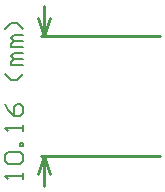
<source format=gm1>
G04 Layer_Color=16711935*
%FSTAX24Y24*%
%MOIN*%
G70*
G01*
G75*
%ADD42C,0.0100*%
%ADD69C,0.0060*%
D42*
X0159Y03395D02*
X019841D01*
X0159Y02995D02*
X019841D01*
X016Y02895D02*
Y02995D01*
Y03395D02*
Y03495D01*
X0158Y02935D02*
X016Y02995D01*
X0162Y02935D01*
X016Y03395D02*
X0162Y03455D01*
X0158D02*
X016Y03395D01*
D69*
X01528Y029191D02*
Y029391D01*
Y029291D01*
X01468D01*
X01478Y029191D01*
Y029691D02*
X01468Y029791D01*
Y029991D01*
X01478Y030091D01*
X01518D01*
X01528Y029991D01*
Y029791D01*
X01518Y029691D01*
X01478D01*
X01528Y03029D02*
X01518D01*
Y03039D01*
X01528D01*
Y03029D01*
Y03079D02*
Y03099D01*
Y03089D01*
X01468D01*
X01478Y03079D01*
X01468Y03169D02*
X01478Y03149D01*
X01498Y03129D01*
X01518D01*
X01528Y03139D01*
Y03159D01*
X01518Y03169D01*
X01508D01*
X01498Y03159D01*
Y03129D01*
X01528Y03269D02*
X01508Y03249D01*
X01488D01*
X01468Y03269D01*
X01528Y03299D02*
X01488D01*
Y03309D01*
X01498Y03319D01*
X01528D01*
X01498D01*
X01488Y03329D01*
X01498Y033389D01*
X01528D01*
Y033589D02*
X01488D01*
Y033689D01*
X01498Y033789D01*
X01528D01*
X01498D01*
X01488Y033889D01*
X01498Y033989D01*
X01528D01*
Y034189D02*
X01508Y034389D01*
X01488D01*
X01468Y034189D01*
M02*

</source>
